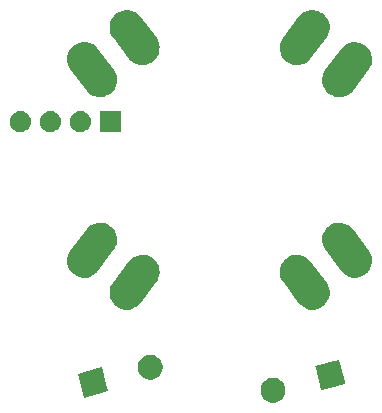
<source format=gbr>
From 2fd3a80211050e457b4cfb6457bc751d31f674cb Mon Sep 17 00:00:00 2001
From: jaseg <git@jaseg.net>
Date: Tue, 27 Nov 2018 10:49:46 +0900
Subject: Fix AO3400 pinout

---
 center/gerber/center-B.Mask.gbr | 808 ++++++++++++++++++++++++++++++++++++++++
 1 file changed, 808 insertions(+)
 create mode 100644 center/gerber/center-B.Mask.gbr

(limited to 'center/gerber/center-B.Mask.gbr')

diff --git a/center/gerber/center-B.Mask.gbr b/center/gerber/center-B.Mask.gbr
new file mode 100644
index 0000000..92657e8
--- /dev/null
+++ b/center/gerber/center-B.Mask.gbr
@@ -0,0 +1,808 @@
+G04 #@! TF.GenerationSoftware,KiCad,Pcbnew,(5.0.1)*
+G04 #@! TF.CreationDate,2018-11-27T10:01:39+09:00*
+G04 #@! TF.ProjectId,center,63656E7465722E6B696361645F706362,rev?*
+G04 #@! TF.SameCoordinates,Original*
+G04 #@! TF.FileFunction,Soldermask,Bot*
+G04 #@! TF.FilePolarity,Negative*
+%FSLAX46Y46*%
+G04 Gerber Fmt 4.6, Leading zero omitted, Abs format (unit mm)*
+G04 Created by KiCad (PCBNEW (5.0.1)) date Tue Nov 27 10:01:39 2018*
+%MOMM*%
+%LPD*%
+G01*
+G04 APERTURE LIST*
+%ADD10C,0.100000*%
+G04 APERTURE END LIST*
+D10*
+G36*
+X104826936Y-118483484D02*
+X105018205Y-118562710D01*
+X105190347Y-118677732D01*
+X105336734Y-118824119D01*
+X105451756Y-118996261D01*
+X105530982Y-119187530D01*
+X105571371Y-119390579D01*
+X105571371Y-119597611D01*
+X105530982Y-119800660D01*
+X105451756Y-119991929D01*
+X105336734Y-120164071D01*
+X105190347Y-120310458D01*
+X105018205Y-120425480D01*
+X104826936Y-120504706D01*
+X104623887Y-120545095D01*
+X104416855Y-120545095D01*
+X104213806Y-120504706D01*
+X104022537Y-120425480D01*
+X103850395Y-120310458D01*
+X103704008Y-120164071D01*
+X103588986Y-119991929D01*
+X103509760Y-119800660D01*
+X103469371Y-119597611D01*
+X103469371Y-119390579D01*
+X103509760Y-119187530D01*
+X103588986Y-118996261D01*
+X103704008Y-118824119D01*
+X103850395Y-118677732D01*
+X104022537Y-118562710D01*
+X104213806Y-118483484D01*
+X104416855Y-118443095D01*
+X104623887Y-118443095D01*
+X104826936Y-118483484D01*
+X104826936Y-118483484D01*
+G37*
+G36*
+X90413040Y-118943169D02*
+X90558815Y-119487207D01*
+X90587207Y-119593170D01*
+X89099012Y-119991930D01*
+X88556831Y-120137207D01*
+X88556830Y-120137207D01*
+X88114737Y-118487290D01*
+X88012793Y-118106831D01*
+X88012793Y-118106830D01*
+X89682556Y-117659419D01*
+X90043169Y-117562793D01*
+X90043170Y-117562793D01*
+X90413040Y-118943169D01*
+X90413040Y-118943169D01*
+G37*
+G36*
+X110514035Y-118483484D02*
+X110605308Y-118824119D01*
+X110637207Y-118943170D01*
+X109035899Y-119372238D01*
+X108606831Y-119487207D01*
+X108606830Y-119487207D01*
+X108117076Y-117659419D01*
+X108062793Y-117456831D01*
+X108062793Y-117456830D01*
+X109664101Y-117027762D01*
+X110093169Y-116912793D01*
+X110093170Y-116912793D01*
+X110514035Y-118483484D01*
+X110514035Y-118483484D01*
+G37*
+G36*
+X94436194Y-116545294D02*
+X94627463Y-116624520D01*
+X94799605Y-116739542D01*
+X94945992Y-116885929D01*
+X95061014Y-117058071D01*
+X95140240Y-117249340D01*
+X95180629Y-117452389D01*
+X95180629Y-117659421D01*
+X95140240Y-117862470D01*
+X95061014Y-118053739D01*
+X94945992Y-118225881D01*
+X94799605Y-118372268D01*
+X94627463Y-118487290D01*
+X94436194Y-118566516D01*
+X94233145Y-118606905D01*
+X94026113Y-118606905D01*
+X93823064Y-118566516D01*
+X93631795Y-118487290D01*
+X93459653Y-118372268D01*
+X93313266Y-118225881D01*
+X93198244Y-118053739D01*
+X93119018Y-117862470D01*
+X93078629Y-117659421D01*
+X93078629Y-117452389D01*
+X93119018Y-117249340D01*
+X93198244Y-117058071D01*
+X93313266Y-116885929D01*
+X93459653Y-116739542D01*
+X93631795Y-116624520D01*
+X93823064Y-116545294D01*
+X94026113Y-116504905D01*
+X94233145Y-116504905D01*
+X94436194Y-116545294D01*
+X94436194Y-116545294D01*
+G37*
+G36*
+X93823984Y-108064006D02*
+X93880559Y-108084738D01*
+X94092357Y-108162349D01*
+X94214371Y-108236755D01*
+X94336385Y-108311159D01*
+X94419678Y-108387818D01*
+X94546694Y-108504717D01*
+X94715199Y-108735585D01*
+X94835427Y-108994891D01*
+X94835428Y-108994894D01*
+X94902757Y-109272666D01*
+X94914601Y-109558249D01*
+X94870506Y-109840644D01*
+X94870505Y-109840646D01*
+X94772163Y-110109016D01*
+X94745131Y-110153344D01*
+X94660641Y-110291898D01*
+X93250855Y-112162744D01*
+X93105805Y-112320346D01*
+X93105801Y-112320350D01*
+X92890937Y-112477174D01*
+X92874929Y-112488858D01*
+X92615628Y-112609084D01*
+X92337852Y-112676413D01*
+X92310312Y-112677555D01*
+X92052274Y-112688258D01*
+X91952552Y-112672686D01*
+X91769876Y-112644162D01*
+X91713301Y-112623430D01*
+X91501503Y-112545819D01*
+X91257475Y-112397009D01*
+X91174182Y-112320350D01*
+X91047168Y-112203453D01*
+X91047166Y-112203451D01*
+X90878661Y-111972583D01*
+X90878658Y-111972579D01*
+X90758432Y-111713278D01*
+X90691103Y-111435502D01*
+X90689961Y-111407962D01*
+X90679258Y-111149924D01*
+X90694830Y-111050202D01*
+X90723354Y-110867526D01*
+X90745849Y-110806138D01*
+X90821697Y-110599153D01*
+X90835882Y-110575891D01*
+X90933216Y-110416276D01*
+X92342999Y-108545430D01*
+X92488056Y-108387820D01*
+X92488058Y-108387818D01*
+X92718925Y-108219313D01*
+X92978232Y-108099085D01*
+X92978234Y-108099085D01*
+X92978235Y-108099084D01*
+X93256007Y-108031755D01*
+X93363101Y-108027313D01*
+X93541585Y-108019911D01*
+X93541590Y-108019911D01*
+X93823984Y-108064006D01*
+X93823984Y-108064006D01*
+G37*
+G36*
+X106716452Y-108030613D02*
+X106743992Y-108031755D01*
+X107021768Y-108099084D01*
+X107281069Y-108219310D01*
+X107281073Y-108219313D01*
+X107511941Y-108387818D01*
+X107511945Y-108387822D01*
+X107656995Y-108545424D01*
+X109066781Y-110416270D01*
+X109151271Y-110554824D01*
+X109178303Y-110599152D01*
+X109178303Y-110599153D01*
+X109276646Y-110867524D01*
+X109320741Y-111149919D01*
+X109308897Y-111435502D01*
+X109241568Y-111713274D01*
+X109241567Y-111713277D01*
+X109121339Y-111972583D01*
+X108952834Y-112203451D01*
+X108856779Y-112291854D01*
+X108742525Y-112397009D01*
+X108498497Y-112545819D01*
+X108286699Y-112623430D01*
+X108230124Y-112644162D01*
+X107947730Y-112688257D01*
+X107947725Y-112688257D01*
+X107769241Y-112680854D01*
+X107662147Y-112676413D01*
+X107384375Y-112609084D01*
+X107384374Y-112609083D01*
+X107384372Y-112609083D01*
+X107125065Y-112488855D01*
+X106894198Y-112320350D01*
+X106786610Y-112203452D01*
+X106749139Y-112162738D01*
+X105339356Y-110291892D01*
+X105227839Y-110109018D01*
+X105227837Y-110109015D01*
+X105151581Y-109900915D01*
+X105129494Y-109840642D01*
+X105100970Y-109657966D01*
+X105085398Y-109558244D01*
+X105097243Y-109272669D01*
+X105097243Y-109272666D01*
+X105164572Y-108994890D01*
+X105284798Y-108735589D01*
+X105423595Y-108545424D01*
+X105453306Y-108504717D01*
+X105580320Y-108387820D01*
+X105663615Y-108311159D01*
+X105907643Y-108162349D01*
+X106119441Y-108084738D01*
+X106176016Y-108064006D01*
+X106382558Y-108031755D01*
+X106458414Y-108019910D01*
+X106716452Y-108030613D01*
+X106716452Y-108030613D01*
+G37*
+G36*
+X90230124Y-105355838D02*
+X90286699Y-105376570D01*
+X90498497Y-105454181D01*
+X90742525Y-105602991D01*
+X90825818Y-105679650D01*
+X90952834Y-105796549D01*
+X91121339Y-106027417D01*
+X91241567Y-106286723D01*
+X91241568Y-106286726D01*
+X91308897Y-106564498D01*
+X91320741Y-106850081D01*
+X91276646Y-107132476D01*
+X91276645Y-107132478D01*
+X91178303Y-107400848D01*
+X91151271Y-107445176D01*
+X91066781Y-107583730D01*
+X89656995Y-109454576D01*
+X89511945Y-109612178D01*
+X89511941Y-109612182D01*
+X89297077Y-109769006D01*
+X89281069Y-109780690D01*
+X89021768Y-109900916D01*
+X88743992Y-109968245D01*
+X88716452Y-109969387D01*
+X88458414Y-109980090D01*
+X88358692Y-109964518D01*
+X88176016Y-109935994D01*
+X88119441Y-109915262D01*
+X87907643Y-109837651D01*
+X87663615Y-109688841D01*
+X87580322Y-109612182D01*
+X87453308Y-109495285D01*
+X87453306Y-109495283D01*
+X87284801Y-109264415D01*
+X87284798Y-109264411D01*
+X87164572Y-109005110D01*
+X87097243Y-108727334D01*
+X87096101Y-108699794D01*
+X87085398Y-108441756D01*
+X87105791Y-108311159D01*
+X87129494Y-108159358D01*
+X87176253Y-108031755D01*
+X87227837Y-107890985D01*
+X87242022Y-107867723D01*
+X87339356Y-107708108D01*
+X88749139Y-105837262D01*
+X88894196Y-105679652D01*
+X88894198Y-105679650D01*
+X89125065Y-105511145D01*
+X89384372Y-105390917D01*
+X89384374Y-105390917D01*
+X89384375Y-105390916D01*
+X89662147Y-105323587D01*
+X89769241Y-105319145D01*
+X89947725Y-105311743D01*
+X89947730Y-105311743D01*
+X90230124Y-105355838D01*
+X90230124Y-105355838D01*
+G37*
+G36*
+X110310312Y-105322445D02*
+X110337852Y-105323587D01*
+X110615628Y-105390916D01*
+X110874929Y-105511142D01*
+X110874933Y-105511145D01*
+X111105801Y-105679650D01*
+X111105805Y-105679654D01*
+X111250855Y-105837256D01*
+X112660641Y-107708102D01*
+X112745131Y-107846656D01*
+X112772163Y-107890984D01*
+X112835566Y-108064007D01*
+X112870506Y-108159356D01*
+X112914601Y-108441751D01*
+X112902757Y-108727334D01*
+X112837904Y-108994890D01*
+X112835427Y-109005109D01*
+X112715199Y-109264415D01*
+X112546694Y-109495283D01*
+X112478279Y-109558248D01*
+X112336385Y-109688841D01*
+X112214371Y-109763245D01*
+X112092357Y-109837651D01*
+X111880559Y-109915262D01*
+X111823984Y-109935994D01*
+X111541590Y-109980089D01*
+X111541585Y-109980089D01*
+X111363101Y-109972686D01*
+X111256007Y-109968245D01*
+X110978235Y-109900916D01*
+X110978234Y-109900915D01*
+X110978232Y-109900915D01*
+X110718925Y-109780687D01*
+X110488058Y-109612182D01*
+X110488054Y-109612178D01*
+X110342999Y-109454570D01*
+X108933216Y-107583724D01*
+X108821699Y-107400850D01*
+X108821697Y-107400847D01*
+X108745849Y-107193862D01*
+X108723354Y-107132474D01*
+X108679259Y-106850080D01*
+X108679258Y-106850076D01*
+X108691103Y-106564501D01*
+X108691103Y-106564498D01*
+X108758432Y-106286722D01*
+X108878658Y-106027421D01*
+X109017455Y-105837256D01*
+X109047166Y-105796549D01*
+X109174180Y-105679652D01*
+X109257475Y-105602991D01*
+X109501503Y-105454181D01*
+X109713301Y-105376570D01*
+X109769876Y-105355838D01*
+X109976418Y-105323587D01*
+X110052274Y-105311742D01*
+X110310312Y-105322445D01*
+X110310312Y-105322445D01*
+G37*
+G36*
+X83240443Y-95855519D02*
+X83306627Y-95862037D01*
+X83419853Y-95896384D01*
+X83476467Y-95913557D01*
+X83615087Y-95987652D01*
+X83632991Y-95997222D01*
+X83668729Y-96026552D01*
+X83770186Y-96109814D01*
+X83853448Y-96211271D01*
+X83882778Y-96247009D01*
+X83882779Y-96247011D01*
+X83966443Y-96403533D01*
+X83966443Y-96403534D01*
+X84017963Y-96573373D01*
+X84035359Y-96750000D01*
+X84017963Y-96926627D01*
+X83983616Y-97039853D01*
+X83966443Y-97096467D01*
+X83892348Y-97235087D01*
+X83882778Y-97252991D01*
+X83853448Y-97288729D01*
+X83770186Y-97390186D01*
+X83668729Y-97473448D01*
+X83632991Y-97502778D01*
+X83632989Y-97502779D01*
+X83476467Y-97586443D01*
+X83419853Y-97603616D01*
+X83306627Y-97637963D01*
+X83240442Y-97644482D01*
+X83174260Y-97651000D01*
+X83085740Y-97651000D01*
+X83019558Y-97644482D01*
+X82953373Y-97637963D01*
+X82840147Y-97603616D01*
+X82783533Y-97586443D01*
+X82627011Y-97502779D01*
+X82627009Y-97502778D01*
+X82591271Y-97473448D01*
+X82489814Y-97390186D01*
+X82406552Y-97288729D01*
+X82377222Y-97252991D01*
+X82367652Y-97235087D01*
+X82293557Y-97096467D01*
+X82276384Y-97039853D01*
+X82242037Y-96926627D01*
+X82224641Y-96750000D01*
+X82242037Y-96573373D01*
+X82293557Y-96403534D01*
+X82293557Y-96403533D01*
+X82377221Y-96247011D01*
+X82377222Y-96247009D01*
+X82406552Y-96211271D01*
+X82489814Y-96109814D01*
+X82591271Y-96026552D01*
+X82627009Y-95997222D01*
+X82644913Y-95987652D01*
+X82783533Y-95913557D01*
+X82840147Y-95896384D01*
+X82953373Y-95862037D01*
+X83019557Y-95855519D01*
+X83085740Y-95849000D01*
+X83174260Y-95849000D01*
+X83240443Y-95855519D01*
+X83240443Y-95855519D01*
+G37*
+G36*
+X91651000Y-97651000D02*
+X89849000Y-97651000D01*
+X89849000Y-95849000D01*
+X91651000Y-95849000D01*
+X91651000Y-97651000D01*
+X91651000Y-97651000D01*
+G37*
+G36*
+X88320443Y-95855519D02*
+X88386627Y-95862037D01*
+X88499853Y-95896384D01*
+X88556467Y-95913557D01*
+X88695087Y-95987652D01*
+X88712991Y-95997222D01*
+X88748729Y-96026552D01*
+X88850186Y-96109814D01*
+X88933448Y-96211271D01*
+X88962778Y-96247009D01*
+X88962779Y-96247011D01*
+X89046443Y-96403533D01*
+X89046443Y-96403534D01*
+X89097963Y-96573373D01*
+X89115359Y-96750000D01*
+X89097963Y-96926627D01*
+X89063616Y-97039853D01*
+X89046443Y-97096467D01*
+X88972348Y-97235087D01*
+X88962778Y-97252991D01*
+X88933448Y-97288729D01*
+X88850186Y-97390186D01*
+X88748729Y-97473448D01*
+X88712991Y-97502778D01*
+X88712989Y-97502779D01*
+X88556467Y-97586443D01*
+X88499853Y-97603616D01*
+X88386627Y-97637963D01*
+X88320442Y-97644482D01*
+X88254260Y-97651000D01*
+X88165740Y-97651000D01*
+X88099558Y-97644482D01*
+X88033373Y-97637963D01*
+X87920147Y-97603616D01*
+X87863533Y-97586443D01*
+X87707011Y-97502779D01*
+X87707009Y-97502778D01*
+X87671271Y-97473448D01*
+X87569814Y-97390186D01*
+X87486552Y-97288729D01*
+X87457222Y-97252991D01*
+X87447652Y-97235087D01*
+X87373557Y-97096467D01*
+X87356384Y-97039853D01*
+X87322037Y-96926627D01*
+X87304641Y-96750000D01*
+X87322037Y-96573373D01*
+X87373557Y-96403534D01*
+X87373557Y-96403533D01*
+X87457221Y-96247011D01*
+X87457222Y-96247009D01*
+X87486552Y-96211271D01*
+X87569814Y-96109814D01*
+X87671271Y-96026552D01*
+X87707009Y-95997222D01*
+X87724913Y-95987652D01*
+X87863533Y-95913557D01*
+X87920147Y-95896384D01*
+X88033373Y-95862037D01*
+X88099557Y-95855519D01*
+X88165740Y-95849000D01*
+X88254260Y-95849000D01*
+X88320443Y-95855519D01*
+X88320443Y-95855519D01*
+G37*
+G36*
+X85780444Y-95855519D02*
+X85846628Y-95862037D01*
+X85959854Y-95896384D01*
+X86016468Y-95913557D01*
+X86155088Y-95987652D01*
+X86172992Y-95997222D01*
+X86208730Y-96026552D01*
+X86310187Y-96109814D01*
+X86393449Y-96211271D01*
+X86422779Y-96247009D01*
+X86422780Y-96247011D01*
+X86506444Y-96403533D01*
+X86506444Y-96403534D01*
+X86557964Y-96573373D01*
+X86575360Y-96750000D01*
+X86557964Y-96926627D01*
+X86523617Y-97039853D01*
+X86506444Y-97096467D01*
+X86432349Y-97235087D01*
+X86422779Y-97252991D01*
+X86393449Y-97288729D01*
+X86310187Y-97390186D01*
+X86208730Y-97473448D01*
+X86172992Y-97502778D01*
+X86172990Y-97502779D01*
+X86016468Y-97586443D01*
+X85959854Y-97603616D01*
+X85846628Y-97637963D01*
+X85780443Y-97644482D01*
+X85714261Y-97651000D01*
+X85625741Y-97651000D01*
+X85559559Y-97644482D01*
+X85493374Y-97637963D01*
+X85380148Y-97603616D01*
+X85323534Y-97586443D01*
+X85167012Y-97502779D01*
+X85167010Y-97502778D01*
+X85131272Y-97473448D01*
+X85029815Y-97390186D01*
+X84946553Y-97288729D01*
+X84917223Y-97252991D01*
+X84907653Y-97235087D01*
+X84833558Y-97096467D01*
+X84816385Y-97039853D01*
+X84782038Y-96926627D01*
+X84764642Y-96750000D01*
+X84782038Y-96573373D01*
+X84833558Y-96403534D01*
+X84833558Y-96403533D01*
+X84917222Y-96247011D01*
+X84917223Y-96247009D01*
+X84946553Y-96211271D01*
+X85029815Y-96109814D01*
+X85131272Y-96026552D01*
+X85167010Y-95997222D01*
+X85184914Y-95987652D01*
+X85323534Y-95913557D01*
+X85380148Y-95896384D01*
+X85493374Y-95862037D01*
+X85559558Y-95855519D01*
+X85625741Y-95849000D01*
+X85714261Y-95849000D01*
+X85780444Y-95855519D01*
+X85780444Y-95855519D01*
+G37*
+G36*
+X111823984Y-90064006D02*
+X111880559Y-90084738D01*
+X112092357Y-90162349D01*
+X112214371Y-90236755D01*
+X112336385Y-90311159D01*
+X112419678Y-90387818D01*
+X112546694Y-90504717D01*
+X112715199Y-90735585D01*
+X112835427Y-90994891D01*
+X112835428Y-90994894D01*
+X112902757Y-91272666D01*
+X112914601Y-91558249D01*
+X112870506Y-91840644D01*
+X112870505Y-91840646D01*
+X112772163Y-92109016D01*
+X112745131Y-92153344D01*
+X112660641Y-92291898D01*
+X111250855Y-94162744D01*
+X111105805Y-94320346D01*
+X111105801Y-94320350D01*
+X110890937Y-94477174D01*
+X110874929Y-94488858D01*
+X110615628Y-94609084D01*
+X110337852Y-94676413D01*
+X110310312Y-94677555D01*
+X110052274Y-94688258D01*
+X109952552Y-94672686D01*
+X109769876Y-94644162D01*
+X109713301Y-94623430D01*
+X109501503Y-94545819D01*
+X109257475Y-94397009D01*
+X109174182Y-94320350D01*
+X109047168Y-94203453D01*
+X109047166Y-94203451D01*
+X108878661Y-93972583D01*
+X108878658Y-93972579D01*
+X108758432Y-93713278D01*
+X108691103Y-93435502D01*
+X108689961Y-93407962D01*
+X108679258Y-93149924D01*
+X108694830Y-93050202D01*
+X108723354Y-92867526D01*
+X108745849Y-92806138D01*
+X108821697Y-92599153D01*
+X108835882Y-92575891D01*
+X108933216Y-92416276D01*
+X110342999Y-90545430D01*
+X110488056Y-90387820D01*
+X110488058Y-90387818D01*
+X110718925Y-90219313D01*
+X110978232Y-90099085D01*
+X110978234Y-90099085D01*
+X110978235Y-90099084D01*
+X111256007Y-90031755D01*
+X111363101Y-90027313D01*
+X111541585Y-90019911D01*
+X111541590Y-90019911D01*
+X111823984Y-90064006D01*
+X111823984Y-90064006D01*
+G37*
+G36*
+X88716452Y-90030613D02*
+X88743992Y-90031755D01*
+X89021768Y-90099084D01*
+X89281069Y-90219310D01*
+X89281073Y-90219313D01*
+X89511941Y-90387818D01*
+X89511945Y-90387822D01*
+X89656995Y-90545424D01*
+X91066781Y-92416270D01*
+X91151271Y-92554824D01*
+X91178303Y-92599152D01*
+X91178303Y-92599153D01*
+X91276646Y-92867524D01*
+X91320741Y-93149919D01*
+X91308897Y-93435502D01*
+X91241568Y-93713274D01*
+X91241567Y-93713277D01*
+X91121339Y-93972583D01*
+X90952834Y-94203451D01*
+X90856779Y-94291854D01*
+X90742525Y-94397009D01*
+X90498497Y-94545819D01*
+X90286699Y-94623430D01*
+X90230124Y-94644162D01*
+X89947730Y-94688257D01*
+X89947725Y-94688257D01*
+X89769241Y-94680854D01*
+X89662147Y-94676413D01*
+X89384375Y-94609084D01*
+X89384374Y-94609083D01*
+X89384372Y-94609083D01*
+X89125065Y-94488855D01*
+X88894198Y-94320350D01*
+X88786610Y-94203452D01*
+X88749139Y-94162738D01*
+X87339356Y-92291892D01*
+X87227839Y-92109018D01*
+X87227837Y-92109015D01*
+X87151581Y-91900915D01*
+X87129494Y-91840642D01*
+X87100970Y-91657966D01*
+X87085398Y-91558244D01*
+X87097243Y-91272669D01*
+X87097243Y-91272666D01*
+X87164572Y-90994890D01*
+X87284798Y-90735589D01*
+X87423595Y-90545424D01*
+X87453306Y-90504717D01*
+X87580320Y-90387820D01*
+X87663615Y-90311159D01*
+X87907643Y-90162349D01*
+X88119441Y-90084738D01*
+X88176016Y-90064006D01*
+X88382558Y-90031755D01*
+X88458414Y-90019910D01*
+X88716452Y-90030613D01*
+X88716452Y-90030613D01*
+G37*
+G36*
+X108230124Y-87355838D02*
+X108286699Y-87376570D01*
+X108498497Y-87454181D01*
+X108620511Y-87528587D01*
+X108742525Y-87602991D01*
+X108825818Y-87679650D01*
+X108952834Y-87796549D01*
+X109121339Y-88027417D01*
+X109241567Y-88286723D01*
+X109241568Y-88286726D01*
+X109308897Y-88564498D01*
+X109320741Y-88850081D01*
+X109276646Y-89132476D01*
+X109276645Y-89132478D01*
+X109178303Y-89400848D01*
+X109151271Y-89445176D01*
+X109066781Y-89583730D01*
+X107656995Y-91454576D01*
+X107511945Y-91612178D01*
+X107511941Y-91612182D01*
+X107297077Y-91769006D01*
+X107281069Y-91780690D01*
+X107021768Y-91900916D01*
+X106743992Y-91968245D01*
+X106716452Y-91969387D01*
+X106458414Y-91980090D01*
+X106358692Y-91964518D01*
+X106176016Y-91935994D01*
+X106119441Y-91915262D01*
+X105907643Y-91837651D01*
+X105663615Y-91688841D01*
+X105580322Y-91612182D01*
+X105453308Y-91495285D01*
+X105453306Y-91495283D01*
+X105284801Y-91264415D01*
+X105284798Y-91264411D01*
+X105164572Y-91005110D01*
+X105097243Y-90727334D01*
+X105096101Y-90699794D01*
+X105085398Y-90441756D01*
+X105105791Y-90311159D01*
+X105129494Y-90159358D01*
+X105176253Y-90031755D01*
+X105227837Y-89890985D01*
+X105242022Y-89867723D01*
+X105339356Y-89708108D01*
+X106749139Y-87837262D01*
+X106894196Y-87679652D01*
+X106894198Y-87679650D01*
+X107125065Y-87511145D01*
+X107384372Y-87390917D01*
+X107384374Y-87390917D01*
+X107384375Y-87390916D01*
+X107662147Y-87323587D01*
+X107769241Y-87319145D01*
+X107947725Y-87311743D01*
+X107947730Y-87311743D01*
+X108230124Y-87355838D01*
+X108230124Y-87355838D01*
+G37*
+G36*
+X92310312Y-87322445D02*
+X92337852Y-87323587D01*
+X92615628Y-87390916D01*
+X92874929Y-87511142D01*
+X92874933Y-87511145D01*
+X93105801Y-87679650D01*
+X93105805Y-87679654D01*
+X93250855Y-87837256D01*
+X94660641Y-89708102D01*
+X94745131Y-89846656D01*
+X94772163Y-89890984D01*
+X94835566Y-90064007D01*
+X94870506Y-90159356D01*
+X94914601Y-90441751D01*
+X94902757Y-90727334D01*
+X94837904Y-90994890D01*
+X94835427Y-91005109D01*
+X94715199Y-91264415D01*
+X94546694Y-91495283D01*
+X94478279Y-91558248D01*
+X94336385Y-91688841D01*
+X94214371Y-91763245D01*
+X94092357Y-91837651D01*
+X93880559Y-91915262D01*
+X93823984Y-91935994D01*
+X93541590Y-91980089D01*
+X93541585Y-91980089D01*
+X93363101Y-91972686D01*
+X93256007Y-91968245D01*
+X92978235Y-91900916D01*
+X92978234Y-91900915D01*
+X92978232Y-91900915D01*
+X92718925Y-91780687D01*
+X92488058Y-91612182D01*
+X92488054Y-91612178D01*
+X92342999Y-91454570D01*
+X90933216Y-89583724D01*
+X90821699Y-89400850D01*
+X90821697Y-89400847D01*
+X90745849Y-89193862D01*
+X90723354Y-89132474D01*
+X90679259Y-88850080D01*
+X90679258Y-88850076D01*
+X90691103Y-88564501D01*
+X90691103Y-88564498D01*
+X90758432Y-88286722D01*
+X90878658Y-88027421D01*
+X91017455Y-87837256D01*
+X91047166Y-87796549D01*
+X91174180Y-87679652D01*
+X91257475Y-87602991D01*
+X91501503Y-87454181D01*
+X91713301Y-87376570D01*
+X91769876Y-87355838D01*
+X91976418Y-87323587D01*
+X92052274Y-87311742D01*
+X92310312Y-87322445D01*
+X92310312Y-87322445D01*
+G37*
+M02*
-- 
cgit 


</source>
